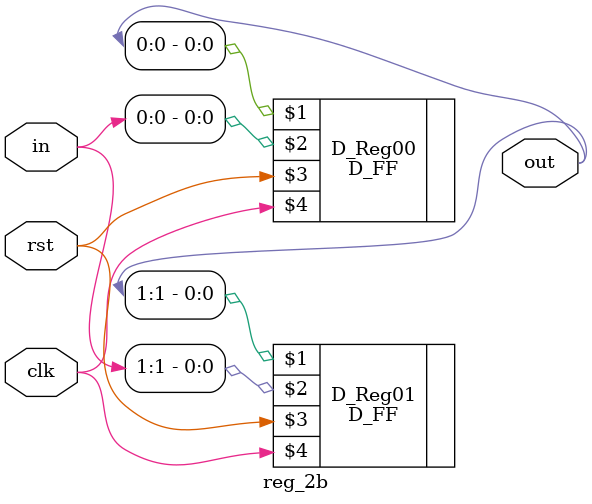
<source format=v>
`include "D_FF.v"
module reg_2b(out, in, rst, clk);
    output [1:0] out;
    input [1:0] in;
    input rst, clk;

    D_FF D_Reg00(out[0], in[0], rst, clk);
    D_FF D_Reg01(out[1], in[1], rst, clk);

endmodule
</source>
